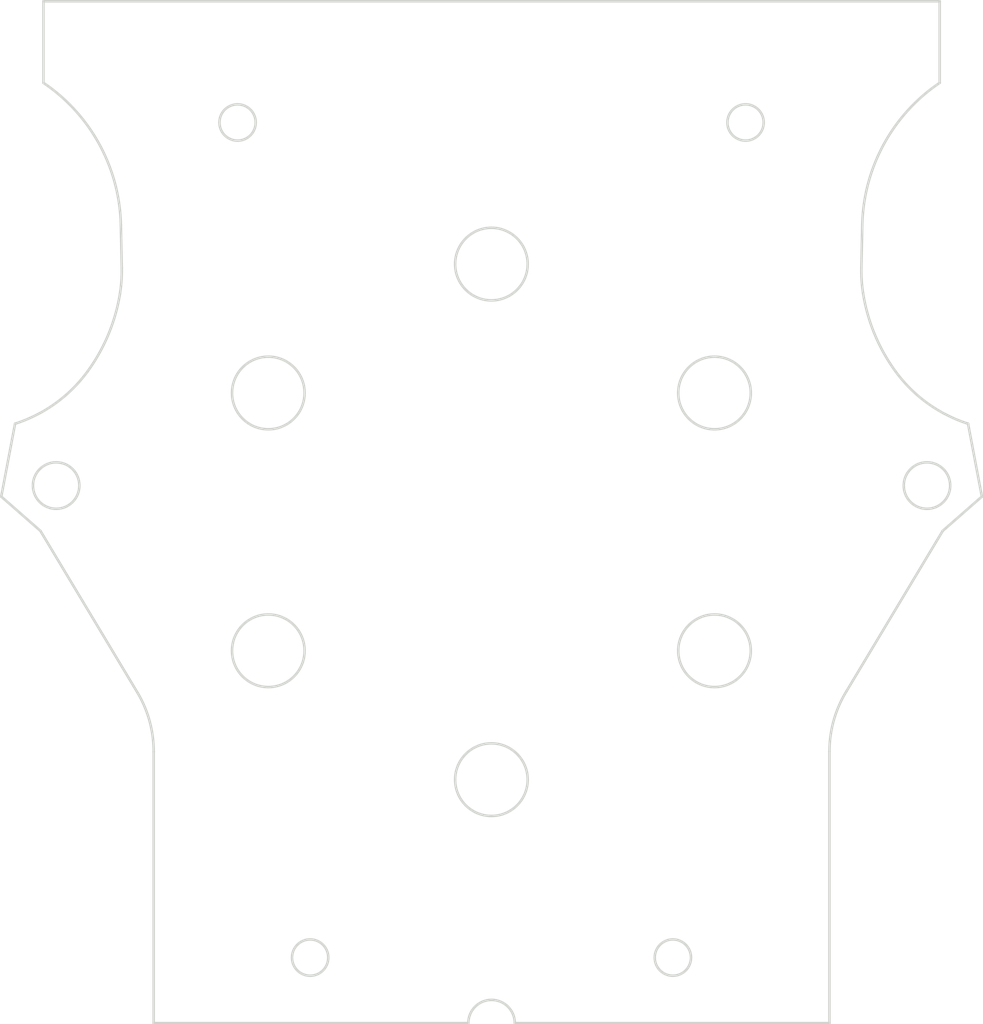
<source format=kicad_pcb>
(kicad_pcb
	(version 20241229)
	(generator "pcbnew")
	(generator_version "9.0")
	(general
		(thickness 1.6)
		(legacy_teardrops no)
	)
	(paper "A4")
	(layers
		(0 "F.Cu" signal)
		(2 "B.Cu" signal)
		(9 "F.Adhes" user "F.Adhesive")
		(11 "B.Adhes" user "B.Adhesive")
		(13 "F.Paste" user)
		(15 "B.Paste" user)
		(5 "F.SilkS" user "F.Silkscreen")
		(7 "B.SilkS" user "B.Silkscreen")
		(1 "F.Mask" user)
		(3 "B.Mask" user)
		(17 "Dwgs.User" user "User.Drawings")
		(19 "Cmts.User" user "User.Comments")
		(21 "Eco1.User" user "User.Eco1")
		(23 "Eco2.User" user "User.Eco2")
		(25 "Edge.Cuts" user)
		(27 "Margin" user)
		(31 "F.CrtYd" user "F.Courtyard")
		(29 "B.CrtYd" user "B.Courtyard")
		(35 "F.Fab" user)
		(33 "B.Fab" user)
		(39 "User.1" user)
		(41 "User.2" user)
		(43 "User.3" user)
		(45 "User.4" user)
	)
	(setup
		(pad_to_mask_clearance 0)
		(allow_soldermask_bridges_in_footprints no)
		(tenting front back)
		(pcbplotparams
			(layerselection 0x00000000_00000000_55555555_5755f5ff)
			(plot_on_all_layers_selection 0x00000000_00000000_00000000_00000000)
			(disableapertmacros no)
			(usegerberextensions no)
			(usegerberattributes yes)
			(usegerberadvancedattributes yes)
			(creategerberjobfile yes)
			(dashed_line_dash_ratio 12.000000)
			(dashed_line_gap_ratio 3.000000)
			(svgprecision 4)
			(plotframeref no)
			(mode 1)
			(useauxorigin no)
			(hpglpennumber 1)
			(hpglpenspeed 20)
			(hpglpendiameter 15.000000)
			(pdf_front_fp_property_popups yes)
			(pdf_back_fp_property_popups yes)
			(pdf_metadata yes)
			(pdf_single_document no)
			(dxfpolygonmode yes)
			(dxfimperialunits yes)
			(dxfusepcbnewfont yes)
			(psnegative no)
			(psa4output no)
			(plot_black_and_white yes)
			(sketchpadsonfab no)
			(plotpadnumbers no)
			(hidednponfab no)
			(sketchdnponfab yes)
			(crossoutdnponfab yes)
			(subtractmaskfromsilk no)
			(outputformat 1)
			(mirror no)
			(drillshape 1)
			(scaleselection 1)
			(outputdirectory "")
		)
	)
	(net 0 "")
	(gr_line
		(start 52.635262 37.949665)
		(end 58.896412 37.949665)
		(stroke
			(width 0.18)
			(type default)
		)
		(locked yes)
		(layer "Dwgs.User")
		(uuid "049d0c73-ff07-4dd7-b84e-2b90b568a3ce")
	)
	(gr_line
		(start 98.243901 151.8)
		(end 98.243901 152.7)
		(stroke
			(width 0.18)
			(type default)
		)
		(locked yes)
		(layer "Dwgs.User")
		(uuid "04deb87b-a05a-470c-a4d7-0fc9de7aa0ba")
	)
	(gr_line
		(start 147.365697 144.55)
		(end 147.365697 140.45)
		(stroke
			(width 0.18)
			(type default)
		)
		(locked yes)
		(layer "Dwgs.User")
		(uuid "05fd7d14-dbab-4e22-b52c-c32becfd36ce")
	)
	(gr_line
		(start 77.365245 147.750022)
		(end 77.365245 145.45)
		(stroke
			(width 0.18)
			(type default)
		)
		(locked yes)
		(layer "Dwgs.User")
		(uuid "089c029a-aeef-477d-8555-790cca1ce4ce")
	)
	(gr_line
		(start 147.365697 140.45)
		(end 148.265697 140.45)
		(stroke
			(width 0.18)
			(type default)
		)
		(locked yes)
		(layer "Dwgs.User")
		(uuid "09cc6c52-5e5f-4c25-8d15-be617589b356")
	)
	(gr_line
		(start 158.915677 31.633022)
		(end 158.915697 31.633022)
		(stroke
			(width 0.18)
			(type default)
		)
		(locked yes)
		(layer "Dwgs.User")
		(uuid "0c9c7875-6873-4cc9-b416-2627cb6ab7b5")
	)
	(gr_line
		(start 72.114914 135.648293)
		(end 69.415577 135.648293)
		(stroke
			(width 0.18)
			(type default)
		)
		(locked yes)
		(layer "Dwgs.User")
		(uuid "12a6e7cc-0b59-4caf-9976-4f85135469b5")
	)
	(gr_line
		(start 77.365245 145.45)
		(end 78.265245 145.45)
		(stroke
			(width 0.18)
			(type default)
		)
		(locked yes)
		(layer "Dwgs.User")
		(uuid "1329cb57-92b1-4f12-8350-164439d46e33")
	)
	(gr_line
		(start 112.343901 155.000022)
		(end 112.343901 152.7)
		(stroke
			(width 0.18)
			(type default)
		)
		(locked yes)
		(layer "Dwgs.User")
		(uuid "15b9f4a9-a77c-4426-a9ee-db01b098b1fc")
	)
	(gr_line
		(start 146.365662 136.25)
		(end 142.265366 136.25)
		(stroke
			(width 0.18)
			(type default)
		)
		(locked yes)
		(layer "Dwgs.User")
		(uuid "15fd500a-b1d0-4de8-a85e-587386acd220")
	)
	(gr_arc
		(start 52.635262 88.159613)
		(mid 52.621123 88.153755)
		(end 52.615245 88.139613)
		(stroke
			(width 0.18)
			(type default)
		)
		(locked yes)
		(layer "Dwgs.User")
		(uuid "175db746-345e-411c-af61-6370d127db07")
	)
	(gr_line
		(start 72.114914 149.351707)
		(end 72.264914 149.201707)
		(stroke
			(width 0.18)
			(type default)
		)
		(locked yes)
		(layer "Dwgs.User")
		(uuid "1abb1c0d-0173-4b03-9070-9e0d016c5a75")
	)
	(gr_line
		(start 134.165697 142.05)
		(end 133.265697 142.05)
		(stroke
			(width 0.18)
			(type default)
		)
		(locked yes)
		(layer "Dwgs.User")
		(uuid "1cde2d87-d526-4eb1-a60a-adfd27b1d1d6")
	)
	(gr_arc
		(start 152.615697 81.879722)
		(mid 152.621045 81.866044)
		(end 152.634251 81.859613)
		(stroke
			(width 0.18)
			(type default)
		)
		(locked yes)
		(layer "Dwgs.User")
		(uuid "1d40bfce-4cf6-4848-8ea3-8b5531ad7302")
	)
	(gr_line
		(start 98.243901 152.7)
		(end 99.143901 152.7)
		(stroke
			(width 0.18)
			(type default)
		)
		(locked yes)
		(layer "Dwgs.User")
		(uuid "1dd513f4-d6d1-4857-8a0b-907a85768504")
	)
	(gr_line
		(start 104.394233 156.601707)
		(end 107.09357 156.601707)
		(stroke
			(width 0.18)
			(type default)
		)
		(locked yes)
		(layer "Dwgs.User")
		(uuid "211257cf-2307-479e-bab4-95cf68524a33")
	)
	(gr_line
		(start 58.895262 31.649665)
		(end 52.635245 31.649665)
		(stroke
			(width 0.18)
			(type default)
		)
		(locked yes)
		(layer "Dwgs.User")
		(uuid "211daf43-bbd4-48a6-a296-cec0fc5bbc7a")
	)
	(gr_arc
		(start 152.635662 88.159613)
		(mid 152.621891 88.154114)
		(end 152.615697 88.140641)
		(stroke
			(width 0.18)
			(type default)
		)
		(locked yes)
		(layer "Dwgs.User")
		(uuid "244e2826-619e-442a-859d-aa3722eadce9")
	)
	(gr_line
		(start 72.264914 135.798293)
		(end 72.114914 135.648293)
		(stroke
			(width 0.18)
			(type default)
		)
		(locked yes)
		(layer "Dwgs.User")
		(uuid "2491a901-3537-46b8-bba7-38c629e8e536")
	)
	(gr_arc
		(start 74.265697 33.250122)
		(mid 74.846867 31.840472)
		(end 76.252647 31.25)
		(stroke
			(width 0.18)
			(type default)
		)
		(locked yes)
		(layer "Dwgs.User")
		(uuid "265d4885-cac6-403a-ae29-fe2997cb69df")
	)
	(gr_line
		(start 78.265245 140.45)
		(end 78.265245 139.55)
		(stroke
			(width 0.18)
			(type default)
		)
		(locked yes)
		(layer "Dwgs.User")
		(uuid "27c851a7-6585-4bff-a5dc-8257d4f1c8ae")
	)
	(gr_arc
		(start 58.895262 31.649665)
		(mid 58.909389 31.655525)
		(end 58.915245 31.669665)
		(stroke
			(width 0.18)
			(type default)
		)
		(locked yes)
		(layer "Dwgs.User")
		(uuid "280c310e-5df7-4805-83cd-f0a26d3d23d9")
	)
	(gr_line
		(start 161.428576 79.02217)
		(end 161.428577 79.02217)
		(stroke
			(width 0.35)
			(type default)
		)
		(locked yes)
		(layer "Dwgs.User")
		(uuid "293d15e1-bb58-4126-86df-c7bbb5649b23")
	)
	(gr_arc
		(start 158.915697 88.139622)
		(mid 158.909835 88.153741)
		(end 158.895697 88.159613)
		(stroke
			(width 0.18)
			(type default)
		)
		(locked yes)
		(layer "Dwgs.User")
		(uuid "2a95fdda-b345-402f-80ba-79eeed24dd51")
	)
	(gr_line
		(start 63.265245 145.45)
		(end 64.165245 145.45)
		(stroke
			(width 0.18)
			(type default)
		)
		(locked yes)
		(layer "Dwgs.User")
		(uuid "2b15489d-0d0f-451f-844c-c5585be6b5da")
	)
	(gr_line
		(start 58.895262 81.859613)
		(end 52.634697 81.859613)
		(stroke
			(width 0.18)
			(type default)
		)
		(locked yes)
		(layer "Dwgs.User")
		(uuid "2b44268d-3685-47f4-a17b-a7e435f418bc")
	)
	(gr_line
		(start 104.244233 156.451707)
		(end 104.394233 156.601707)
		(stroke
			(width 0.18)
			(type default)
		)
		(locked yes)
		(layer "Dwgs.User")
		(uuid "2bee1086-9743-4fa7-871d-2607d023995f")
	)
	(gr_line
		(start 113.243901 151.8)
		(end 112.343901 151.8)
		(stroke
			(width 0.18)
			(type default)
		)
		(locked yes)
		(layer "Dwgs.User")
		(uuid "2d2b2232-eac4-4d89-86fd-8d19ab7ddea9")
	)
	(gr_line
		(start 72.264914 149.201707)
		(end 72.264914 148.75)
		(stroke
			(width 0.18)
			(type default)
		)
		(locked yes)
		(layer "Dwgs.User")
		(uuid "2dbf2602-221b-4d38-8ef3-a5326028c6f8")
	)
	(gr_line
		(start 142.115366 149.351707)
		(end 142.265366 149.201707)
		(stroke
			(width 0.18)
			(type default)
		)
		(locked yes)
		(layer "Dwgs.User")
		(uuid "2f4e2746-3d9c-45fd-b9cd-96c919c4091d")
	)
	(gr_line
		(start 152.635662 88.159613)
		(end 158.895697 88.159613)
		(stroke
			(width 0.18)
			(type default)
		)
		(locked yes)
		(layer "Dwgs.User")
		(uuid "305d1c6e-1e9a-428f-b1f3-b654d08313fa")
	)
	(gr_line
		(start 148.265697 145.45)
		(end 148.265697 144.55)
		(stroke
			(width 0.18)
			(type default)
		)
		(locked yes)
		(layer "Dwgs.User")
		(uuid "31b48788-8670-4661-8f1a-86b766468947")
	)
	(gr_line
		(start 113.243901 146.8)
		(end 112.343901 146.8)
		(stroke
			(width 0.18)
			(type default)
		)
		(locked yes)
		(layer "Dwgs.User")
		(uuid "3362f7f0-4108-4609-8d61-99251af80643")
	)
	(gr_line
		(start 134.165697 144.55)
		(end 133.265697 144.55)
		(stroke
			(width 0.18)
			(type default)
		)
		(locked yes)
		(layer "Dwgs.User")
		(uuid "358fbbd9-43bb-4c9c-a88f-d39511829d42")
	)
	(gr_line
		(start 133.265697 145.45)
		(end 134.165697 145.45)
		(stroke
			(width 0.18)
			(type default)
		)
		(locked yes)
		(layer "Dwgs.User")
		(uuid "3767bb28-34d3-44c0-918d-f347c6a6630a")
	)
	(gr_line
		(start 77.365245 139.55)
		(end 77.365245 137.25)
		(stroke
			(width 0.18)
			(type default)
		)
		(locked yes)
		(layer "Dwgs.User")
		(uuid "388ee213-38c1-4721-b38a-27af62f77fa5")
	)
	(gr_line
		(start 99.143901 147.7)
		(end 99.143901 149.3)
		(stroke
			(width 0.18)
			(type default)
		)
		(locked yes)
		(layer "Dwgs.User")
		(uuid "3bb07b90-1e87-40c4-bc07-b63c10027a66")
	)
	(gr_line
		(start 72.264914 148.75)
		(end 76.365262 148.75)
		(stroke
			(width 0.18)
			(type default)
		)
		(locked yes)
		(layer "Dwgs.User")
		(uuid "3bb861f2-9e44-4e8a-80fa-15a37c3ad614")
	)
	(gr_line
		(start 107.24357 156)
		(end 111.343901 156)
		(stroke
			(width 0.18)
			(type default)
		)
		(locked yes)
		(layer "Dwgs.User")
		(uuid "3d323450-59d7-47a0-a6b5-15125dd82e70")
	)
	(gr_arc
		(start 58.895262 81.859613)
		(mid 58.909053 81.865125)
		(end 58.915245 81.878623)
		(stroke
			(width 0.18)
			(type default)
		)
		(locked yes)
		(layer "Dwgs.User")
		(uuid "3d8f5de1-43a5-4af8-95ad-08703d2a5df7")
	)
	(gr_line
		(start 139.416029 135.648293)
		(end 139.266029 135.798293)
		(stroke
			(width 0.18)
			(type default)
		)
		(locked yes)
		(layer "Dwgs.User")
		(uuid "3ea6c774-f764-40d5-ab90-ba6b4069b84b")
	)
	(gr_line
		(start 98.243901 146.8)
		(end 98.243901 147.7)
		(stroke
			(width 0.18)
			(type default)
		)
		(locked yes)
		(layer "Dwgs.User")
		(uuid "41c2e873-d566-4928-b034-2417834750f1")
	)
	(gr_line
		(start 142.265366 135.798293)
		(end 142.115366 135.648293)
		(stroke
			(width 0.18)
			(type default)
		)
		(locked yes)
		(layer "Dwgs.User")
		(uuid "42086500-4095-4269-9f8b-24b2cacc8b8c")
	)
	(gr_line
		(start 78.265245 145.45)
		(end 78.265245 144.55)
		(stroke
			(width 0.18)
			(type default)
		)
		(locked yes)
		(layer "Dwgs.User")
		(uuid "440eaffb-bbdd-49fa-97a9-3e5232ca5763")
	)
	(gr_line
		(start 133.265697 139.55)
		(end 133.265697 140.45)
		(stroke
			(width 0.18)
			(type default)
		)
		(locked yes)
		(layer "Dwgs.User")
		(uuid "440f19df-8755-4b00-87cc-eb92c816aa09")
	)
	(gr_arc
		(start 137.265245 38.250022)
		(mid 136.679464 39.664224)
		(end 135.265262 40.25)
		(stroke
			(width 0.18)
			(type default)
		)
		(locked yes)
		(layer "Dwgs.User")
		(uuid "450956dc-c8f5-41ab-8d9a-c2c47dbf407c")
	)
	(gr_line
		(start 139.266029 135.798293)
		(end 139.266029 136.25)
		(stroke
			(width 0.18)
			(type default)
		)
		(locked yes)
		(layer "Dwgs.User")
		(uuid "4557fb2b-a98c-4089-a04e-e6c5e8570f3f")
	)
	(gr_arc
		(start 135.165662 148.75)
		(mid 134.460305 148.458843)
		(end 134.165697 147.75492)
		(stroke
			(width 0.18)
			(type default)
		)
		(locked yes)
		(layer "Dwgs.User")
		(uuid "459565ad-1382-4d46-a007-5cc8299e498b")
	)
	(gr_arc
		(start 100.143862 156)
		(mid 99.438835 155.709171)
		(end 99.143901 155.005852)
		(stroke
			(width 0.18)
			(type default)
		)
		(locked yes)
		(layer "Dwgs.User")
		(uuid "45f6a769-b7d1-4e88-a7d8-5afe927388b9")
	)
	(gr_line
		(start 152.615697 31.633122)
		(end 152.615697 37.893915)
		(stroke
			(width 0.18)
			(type default)
		)
		(locked yes)
		(layer "Dwgs.User")
		(uuid "4646ae7a-70e9-416b-a594-e14e97afaab4")
	)
	(gr_line
		(start 64.265245 57.750022)
		(end 64.265245 103.77462)
		(stroke
			(width 0.18)
			(type default)
		)
		(locked yes)
		(layer "Dwgs.User")
		(uuid "471d264b-7278-411b-b041-7e5cd90b6b7c")
	)
	(gr_line
		(start 107.24357 156.451707)
		(end 107.24357 156)
		(stroke
			(width 0.18)
			(type default)
		)
		(locked yes)
		(layer "Dwgs.User")
		(uuid "47ea7aad-69fb-432e-b410-f8a6ad6b65fa")
	)
	(gr_line
		(start 65.165262 148.75)
		(end 69.265577 148.75)
		(stroke
			(width 0.18)
			(type default)
		)
		(locked yes)
		(layer "Dwgs.User")
		(uuid "48be4d8a-54b6-4d56-aaf2-94fa37774c1b")
	)
	(gr_line
		(start 134.165697 137.250122)
		(end 134.165697 139.55)
		(stroke
			(width 0.18)
			(type default)
		)
		(locked yes)
		(layer "Dwgs.User")
		(uuid "4b68bdeb-05b4-4e58-a03a-179561924576")
	)
	(gr_line
		(start 113.243901 147.7)
		(end 113.243901 146.8)
		(stroke
			(width 0.18)
			(type default)
		)
		(locked yes)
		(layer "Dwgs.User")
		(uuid "4e20b483-c149-4f66-9880-f7dc4e11cbf4")
	)
	(gr_arc
		(start 149.265245 103.750022)
		(mid 147.800784 107.285544)
		(end 144.265262 108.75)
		(stroke
			(width 0.18)
			(type default)
		)
		(locked yes)
		(layer "Dwgs.User")
		(uuid "4f5ed119-7b71-4926-a93a-f4cc4f1c89db")
	)
	(gr_line
		(start 78.265245 142.95)
		(end 78.265245 142.05)
		(stroke
			(width 0.18)
			(type default)
		)
		(locked yes)
		(layer "Dwgs.User")
		(uuid "4fea680c-4bb1-4d03-9965-0639951830d5")
	)
	(gr_line
		(start 133.265697 142.95)
		(end 134.165697 142.95)
		(stroke
			(width 0.18)
			(type default)
		)
		(locked yes)
		(layer "Dwgs.User")
		(uuid "556253de-02e6-4429-96fd-fa9dfa06b7a3")
	)
	(gr_arc
		(start 146.365662 136.25)
		(mid 147.072784 136.5429)
		(end 147.365684 137.250022)
		(stroke
			(width 0.18)
			(type default)
		)
		(locked yes)
		(layer "Dwgs.User")
		(uuid "56ac60ac-6bf3-4291-932f-19bbb756bc62")
	)
	(gr_line
		(start 69.415577 149.351707)
		(end 72.114914 149.351707)
		(stroke
			(width 0.18)
			(type default)
		)
		(locked yes)
		(layer "Dwgs.User")
		(uuid "56d7b4ce-f1e9-440f-82ab-82fcf23ce8a3")
	)
	(gr_line
		(start 112.343901 147.7)
		(end 113.243901 147.7)
		(stroke
			(width 0.18)
			(type default)
		)
		(locked yes)
		(layer "Dwgs.User")
		(uuid "57bc9f71-5d8a-4f97-a414-446adbcb5958")
	)
	(gr_line
		(start 107.09357 142.898293)
		(end 104.394233 142.898293)
		(stroke
			(width 0.18)
			(type default)
		)
		(locked yes)
		(layer "Dwgs.User")
		(uuid "5ae41153-befb-495b-80f8-d86cc8909fe9")
	)
	(gr_line
		(start 152.635662 37.913007)
		(end 158.895697 37.913007)
		(stroke
			(width 0.18)
			(type default)
		)
		(locked yes)
		(layer "Dwgs.User")
		(uuid "5bce124c-a11d-4a6c-a989-48f5f4fbd5af")
	)
	(gr_arc
		(start 112.343901 155.000022)
		(mid 112.051004 155.707107)
		(end 111.343901 156)
		(stroke
			(width 0.18)
			(type default)
		)
		(locked yes)
		(layer "Dwgs.User")
		(uuid "5c8b5195-6a97-4409-abb5-f05b6496272a")
	)
	(gr_line
		(start 113.243901 152.7)
		(end 113.243901 151.8)
		(stroke
			(width 0.18)
			(type default)
		)
		(locked yes)
		(layer "Dwgs.User")
		(uuid "5db1fee2-497f-46ad-b850-994122abfd0c")
	)
	(gr_line
		(start 137.265245 38.250022)
		(end 137.265245 33.25)
		(stroke
			(width 0.18)
			(type default)
		)
		(locked yes)
		(layer "Dwgs.User")
		(uuid "5f6a262a-0953-4113-9ac4-24a358ebbb33")
	)
	(gr_line
		(start 139.266029 136.25)
		(end 135.156489 136.25)
		(stroke
			(width 0.18)
			(type default)
		)
		(locked yes)
		(layer "Dwgs.User")
		(uuid "603bb008-9a1e-4923-8d09-e6b549a6d7f7")
	)
	(gr_line
		(start 63.265245 140.45)
		(end 64.165245 140.45)
		(stroke
			(width 0.18)
			(type default)
		)
		(locked yes)
		(layer "Dwgs.User")
		(uuid "608ee3a4-8ca5-4eb0-af20-9431aec4a056")
	)
	(gr_line
		(start 142.265366 136.25)
		(end 142.265366 135.798293)
		(stroke
			(width 0.18)
			(type default)
		)
		(locked yes)
		(layer "Dwgs.User")
		(uuid "6950eae6-d157-413b-8ec4-7a46a8488ece")
	)
	(gr_line
		(start 69.265577 136.25)
		(end 65.165262 136.25)
		(stroke
			(width 0.18)
			(type default)
		)
		(locked yes)
		(layer "Dwgs.User")
		(uuid "69d7f0f9-db32-451c-b627-c90bac891c19")
	)
	(gr_arc
		(start 147.365697 147.750022)
		(mid 147.0728 148.457106)
		(end 146.365697 148.75)
		(stroke
			(width 0.18)
			(type default)
		)
		(locked yes)
		(layer "Dwgs.User")
		(uuid "6a50af08-d7ac-4054-a73c-cb97ec650b68")
	)
	(gr_line
		(start 148.265697 139.55)
		(end 147.365697 139.55)
		(stroke
			(width 0.18)
			(type default)
		)
		(locked yes)
		(layer "Dwgs.User")
		(uuid "6b7090b3-48bb-4337-9df5-21a0cb60e1ca")
	)
	(gr_line
		(start 99.143901 146.8)
		(end 98.243901 146.8)
		(stroke
			(width 0.18)
			(type default)
		)
		(locked yes)
		(layer "Dwgs.User")
		(uuid "6cc8d978-a5fb-4bc5-b46c-f24de182c6c3")
	)
	(gr_line
		(start 100.143862 156)
		(end 104.244233 156)
		(stroke
			(width 0.18)
			(type default)
		)
		(locked yes)
		(layer "Dwgs.User")
		(uuid "6cd8dd4f-7d53-4c52-9763-62eab76aab38")
	)
	(gr_arc
		(start 144.265262 52.75)
		(mid 147.800768 54.214471)
		(end 149.265245 57.75)
		(stroke
			(width 0.18)
			(type default)
		)
		(locked yes)
		(layer "Dwgs.User")
		(uuid "6cf01456-4819-4fd4-bb9d-73010fabf543")
	)
	(gr_line
		(start 107.09357 156.601707)
		(end 107.24357 156.451707)
		(stroke
			(width 0.18)
			(type default)
		)
		(locked yes)
		(layer "Dwgs.User")
		(uuid "6ee5bce3-5470-44f4-be62-aada940976b0")
	)
	(gr_arc
		(start 52.615245 81.879622)
		(mid 52.620909 81.865669)
		(end 52.634697 81.859613)
		(stroke
			(width 0.18)
			(type default)
		)
		(locked yes)
		(layer "Dwgs.User")
		(uuid "6f57a3db-ba86-46bc-81a8-9d03b53a5792")
	)
	(gr_line
		(start 58.915245 88.139622)
		(end 58.915245 81.878623)
		(stroke
			(width 0.18)
			(type default)
		)
		(locked yes)
		(layer "Dwgs.User")
		(uuid "71f8a242-d52d-4f70-b8c7-c07294b46500")
	)
	(gr_line
		(start 69.265577 148.75)
		(end 69.265577 149.201707)
		(stroke
			(width 0.18)
			(type default)
		)
		(locked yes)
		(layer "Dwgs.User")
		(uuid "728c7855-877e-4b46-8f21-bc3862337aad")
	)
	(gr_line
		(start 139.416029 149.351707)
		(end 142.115366 149.351707)
		(stroke
			(width 0.18)
			(type default)
		)
		(locked yes)
		(layer "Dwgs.User")
		(uuid "7400180d-07a8-42c7-8b64-0e49cbe3aa3d")
	)
	(gr_line
		(start 99.143901 144.500122)
		(end 99.143901 146.8)
		(stroke
			(width 0.18)
			(type default)
		)
		(locked yes)
		(layer "Dwgs.User")
		(uuid "76b91ad2-7ed1-4445-90cb-4c8ac5610406")
	)
	(gr_line
		(start 69.265262 108.75)
		(end 144.265262 108.75)
		(stroke
			(width 0.18)
			(type default)
		)
		(locked yes)
		(layer "Dwgs.User")
		(uuid "778121e6-60c6-4349-a6c6-ab692a601bfc")
	)
	(gr_line
		(start 134.165697 140.45)
		(end 134.165697 142.05)
		(stroke
			(width 0.18)
			(type default)
		)
		(locked yes)
		(layer "Dwgs.User")
		(uuid "78959713-14cf-408f-b20a-f0a84fe4fdf1")
	)
	(gr_line
		(start 77.365245 140.45)
		(end 78.265245 140.45)
		(stroke
			(width 0.18)
			(type default)
		)
		(locked yes)
		(layer "Dwgs.User")
		(uuid "797bae90-046e-4e04-9cdd-79a4098a2c49")
	)
	(gr_line
		(start 144.265262 52.75)
		(end 69.265262 52.75)
		(stroke
			(width 0.18)
			(type default)
		)
		(locked yes)
		(layer "Dwgs.User")
		(uuid "7b0ecee9-75bb-4d98-9412-4fb91a127558")
	)
	(gr_line
		(start 50.102366 79.02217)
		(end 50.102367 79.02217)
		(stroke
			(width 0.35)
			(type default)
		)
		(locked yes)
		(layer "Dwgs.User")
		(uuid "7b543170-4d51-42f6-a52b-c378dffd5ff7")
	)
	(gr_line
		(start 112.343901 151.8)
		(end 112.343901 147.7)
		(stroke
			(width 0.18)
			(type default)
		)
		(locked yes)
		(layer "Dwgs.User")
		(uuid "7ba0369d-25a7-42ca-aeb7-21ee5c034ade")
	)
	(gr_line
		(start 142.115366 135.648293)
		(end 139.416029 135.648293)
		(stroke
			(width 0.18)
			(type default)
		)
		(locked yes)
		(layer "Dwgs.User")
		(uuid "80a2b7c8-fd29-40ad-86cb-6caf3031cb35")
	)
	(gr_line
		(start 58.915245 37.929522)
		(end 58.915245 31.669665)
		(stroke
			(width 0.18)
			(type default)
		)
		(locked yes)
		(layer "Dwgs.User")
		(uuid "8109ceea-24a0-4f07-a90c-426e02e1f2ae")
	)
	(gr_arc
		(start 158.895662 81.859613)
		(mid 158.90981 81.865474)
		(end 158.915671 81.879622)
		(stroke
			(width 0.18)
			(type default)
		)
		(locked yes)
		(layer "Dwgs.User")
		(uuid "84369e04-cf41-4ee6-8680-375c0a0133ca")
	)
	(gr_arc
		(start 152.615697 31.633122)
		(mid 152.621073 31.619414)
		(end 152.634333 31.613007)
		(stroke
			(width 0.18)
			(type default)
		)
		(locked yes)
		(layer "Dwgs.User")
		(uuid "84fa284b-db05-4e8f-b287-936c9a0557bd")
	)
	(gr_line
		(start 98.243901 150.2)
		(end 99.143901 150.2)
		(stroke
			(width 0.18)
			(type default)
		)
		(locked yes)
		(layer "Dwgs.User")
		(uuid "869443c8-887a-48d3-8e6e-5f5897ad3ca8")
	)
	(gr_line
		(start 99.143901 149.3)
		(end 98.243901 149.3)
		(stroke
			(width 0.18)
			(type default)
		)
		(locked yes)
		(layer "Dwgs.User")
		(uuid "8c1236eb-4e5f-41c8-accf-fd5b9613b098")
	)
	(gr_arc
		(start 52.615245 31.669622)
		(mid 52.621108 31.655509)
		(end 52.635245 31.649665)
		(stroke
			(width 0.18)
			(type default)
		)
		(locked yes)
		(layer "Dwgs.User")
		(uuid "8e404dfd-fb00-4fa9-970e-62f7273a04e8")
	)
	(gr_line
		(start 139.266029 149.201707)
		(end 139.416029 149.351707)
		(stroke
			(width 0.18)
			(type default)
		)
		(locked yes)
		(layer "Dwgs.User")
		(uuid "8ed3c6c9-3da6-4e8c-8bb9-6fa4a3706b18")
	)
	(gr_line
		(start 158.895662 31.613007)
		(end 152.634333 31.613007)
		(stroke
			(width 0.18)
			(type default)
		)
		(locked yes)
		(layer "Dwgs.User")
		(uuid "9092611b-1563-4a7b-971f-e7a1e9e9b6fa")
	)
	(gr_line
		(start 111.343862 143.5)
		(end 107.24357 143.5)
		(stroke
			(width 0.18)
			(type default)
		)
		(locked yes)
		(layer "Dwgs.User")
		(uuid "90a56077-c383-45c6-a7ba-1220d9739436")
	)
	(gr_arc
		(start 65.165262 148.75)
		(mid 64.462013 148.460917)
		(end 64.165245 147.760876)
		(stroke
			(width 0.18)
			(type default)
		)
		(locked yes)
		(layer "Dwgs.User")
		(uuid "941c2f6a-42bd-4eac-93ed-c1f1c6ab72c6")
	)
	(gr_arc
		(start 69.265262 108.75)
		(mid 65.738445 107.294203)
		(end 64.265245 103.77462)
		(stroke
			(width 0.18)
			(type default)
		)
		(locked yes)
		(layer "Dwgs.User")
		(uuid "949c13ea-102d-4caa-9fbd-5ac5a4e28e02")
	)
	(gr_line
		(start 148.265697 140.45)
		(end 148.265697 139.55)
		(stroke
			(width 0.18)
			(type default)
		)
		(locked yes)
		(layer "Dwgs.User")
		(uuid "960646aa-65ae-42e4-b577-6152a44ec3f1")
	)
	(gr_line
		(start 134.165697 139.55)
		(end 133.265697 139.55)
		(stroke
			(width 0.18)
			(type default)
		)
		(locked yes)
		(layer "Dwgs.User")
		(uuid "97a53277-8e64-409f-91a7-ff2faa096512")
	)
	(gr_line
		(start 158.915697 88.139622)
		(end 158.915697 81.879622)
		(stroke
			(width 0.18)
			(type default)
		)
		(locked yes)
		(layer "Dwgs.User")
		(uuid "987e39ed-34a1-492d-bc1c-b2ef0359be89")
	)
	(gr_line
		(start 147.365697 139.55)
		(end 147.365697 137.250022)
		(stroke
			(width 0.18)
			(type default)
		)
		(locked yes)
		(layer "Dwgs.User")
		(uuid "99a7d37f-398a-49c3-8448-09f184dd1702")
	)
	(gr_arc
		(start 64.165245 137.250022)
		(mid 64.458143 136.542903)
		(end 65.165262 136.250005)
		(stroke
			(width 0.18)
			(type default)
		)
		(locked yes)
		(layer "Dwgs.User")
		(uuid "9a63be13-1a1b-4119-8630-a6e8d742aa56")
	)
	(gr_line
		(start 98.243901 147.7)
		(end 99.143901 147.7)
		(stroke
			(width 0.18)
			(type default)
		)
		(locked yes)
		(layer "Dwgs.User")
		(uuid "9bef4749-9114-4809-a273-30d8df2ffa74")
	)
	(gr_arc
		(start 76.365262 136.25)
		(mid 77.072341 136.542898)
		(end 77.365245 137.25)
		(stroke
			(width 0.18)
			(type default)
		)
		(locked yes)
		(layer "Dwgs.User")
		(uuid "a2c73fdd-48d1-4ac2-bbd8-b6c3cb11b655")
	)
	(gr_line
		(start 99.143901 152.7)
		(end 99.143901 155.005852)
		(stroke
			(width 0.18)
			(type default)
		)
		(locked yes)
		(layer "Dwgs.User")
		(uuid "a337c9ce-88b4-4f3c-adc3-6d0e91c52386")
	)
	(gr_line
		(start 112.343884 144.500022)
		(end 112.343901 144.500022)
		(stroke
			(width 0.18)
			(type default)
		)
		(locked yes)
		(layer "Dwgs.User")
		(uuid "a36661cb-e3d7-4879-a6c8-6e409398a917")
	)
	(gr_line
		(start 107.24357 143.048293)
		(end 107.09357 142.898293)
		(stroke
			(width 0.18)
			(type default)
		)
		(locked yes)
		(layer "Dwgs.User")
		(uuid "a70852e6-33ed-4272-806d-624adc8508ce")
	)
	(gr_line
		(start 64.165245 139.55)
		(end 63.265245 139.55)
		(stroke
			(width 0.18)
			(type default)
		)
		(locked yes)
		(layer "Dwgs.User")
		(uuid "a8056fdc-e039-4945-9bde-cc21e01e485b")
	)
	(gr_line
		(start 54.556635 68.336753)
		(end 54.556635 68.336754)
		(stroke
			(width 0.35)
			(type default)
		)
		(locked yes)
		(layer "Dwgs.User")
		(uuid "a839bd00-531d-40f5-b17f-029cc90ecf40")
	)
	(gr_line
		(start 133.265697 140.45)
		(end 134.165697 140.45)
		(stroke
			(width 0.18)
			(type default)
		)
		(locked yes)
		(layer "Dwgs.User")
		(uuid "a9733edd-0334-487a-b683-1b69870660cd")
	)
	(gr_line
		(start 147.365684 137.250022)
		(end 147.365697 137.250022)
		(stroke
			(width 0.18)
			(type default)
		)
		(locked yes)
		(layer "Dwgs.User")
		(uuid "acbc8d3d-52ab-4d7a-8c51-6500acaa733a")
	)
	(gr_line
		(start 98.243901 149.3)
		(end 98.243901 150.2)
		(stroke
			(width 0.18)
			(type default)
		)
		(locked yes)
		(layer "Dwgs.User")
		(uuid "add7809f-a91b-4bdd-9e13-bea7f31ee8a9")
	)
	(gr_line
		(start 158.915671 81.879622)
		(end 158.915697 81.879622)
		(stroke
			(width 0.18)
			(type default)
		)
		(locked yes)
		(layer "Dwgs.User")
		(uuid "afa0d6e0-5855-46a4-a97b-de380ba14d30")
	)
	(gr_line
		(start 163.988473 42.189154)
		(end 163.988474 42.189154)
		(stroke
			(width 0.35)
			(type default)
		)
		(locked yes)
		(layer "Dwgs.User")
		(uuid "b30e42be-a5e1-4876-b0e4-089542b6092a")
	)
	(gr_line
		(start 112.343901 152.7)
		(end 113.243901 152.7)
		(stroke
			(width 0.18)
			(type default)
		)
		(locked yes)
		(layer "Dwgs.User")
		(uuid "b33a2ff3-bc04-4b5d-88e8-3f3acd7df7cb")
	)
	(gr_line
		(start 76.265662 40.25)
		(end 135.265262 40.25)
		(stroke
			(width 0.18)
			(type default)
		)
		(locked yes)
		(layer "Dwgs.User")
		(uuid "b38159d5-3ad0-4bc4-9f85-1f7a15c8c608")
	)
	(gr_line
		(start 142.265366 149.201707)
		(end 142.265366 148.75)
		(stroke
			(width 0.18)
			(type default)
		)
		(locked yes)
		(layer "Dwgs.User")
		(uuid "b4604584-a291-4339-9b76-e76b9eb0cb8b")
	)
	(gr_line
		(start 52.635262 88.159613)
		(end 58.895245 88.159613)
		(stroke
			(width 0.18)
			(type default)
		)
		(locked yes)
		(layer "Dwgs.User")
		(uuid "b5fe545e-6f46-4a47-95e1-32ffbb3704a0")
	)
	(gr_line
		(start 69.415577 135.648293)
		(end 69.265577 135.798293)
		(stroke
			(width 0.18)
			(type default)
		)
		(locked yes)
		(layer "Dwgs.User")
		(uuid "b6dcbd8d-078f-4deb-b106-f181235b57f9")
	)
	(gr_arc
		(start 64.265245 57.750022)
		(mid 65.729716 54.214476)
		(end 69.265262 52.75)
		(stroke
			(width 0.18)
			(type default)
		)
		(locked yes)
		(layer "Dwgs.User")
		(uuid "b95f73aa-7d9c-409e-8b1a-20c0e7a90d30")
	)
	(gr_line
		(start 135.265262 31.25)
		(end 76.252647 31.25)
		(stroke
			(width 0.18)
			(type default)
		)
		(locked yes)
		(layer "Dwgs.User")
		(uuid "bbd9dae1-ada7-473f-bc0e-8012f9d59824")
	)
	(gr_line
		(start 133.265697 142.05)
		(end 133.265697 142.95)
		(stroke
			(width 0.18)
			(type default)
		)
		(locked yes)
		(layer "Dwgs.User")
		(uuid "bd940ef0-f819-4caf-bc6c-94c71fdabfcf")
	)
	(gr_line
		(start 77.365245 142.95)
		(end 78.265245 142.95)
		(stroke
			(width 0.18)
			(type default)
		)
		(locked yes)
		(layer "Dwgs.User")
		(uuid "be81c5d9-011d-44d4-b357-de5e099c76f7")
	)
	(gr_arc
		(start 58.915245 88.139622)
		(mid 58.909386 88.153758)
		(end 58.895245 88.159613)
		(stroke
			(width 0.18)
			(type default)
		)
		(locked yes)
		(layer "Dwgs.User")
		(uuid "be9521e4-ab08-4d79-9bce-c215df59d99b")
	)
	(gr_line
		(start 104.244233 156)
		(end 104.244233 156.451707)
		(stroke
			(width 0.18)
			(type default)
		)
		(locked yes)
		(layer "Dwgs.User")
		(uuid "bf2e7252-5e09-4254-b439-c0342ed3f3d9")
	)
	(gr_line
		(start 72.264914 136.25)
		(end 72.264914 135.798293)
		(stroke
			(width 0.18)
			(type default)
		)
		(locked yes)
		(layer "Dwgs.User")
		(uuid "c0eb2e30-47ec-4dd5-9fcf-ac6f4f04d4be")
	)
	(gr_line
		(start 147.365697 145.45)
		(end 148.265697 145.45)
		(stroke
			(width 0.18)
			(type default)
		)
		(locked yes)
		(layer "Dwgs.User")
		(uuid "c1874905-6bc1-43e9-b0a5-11475d414008")
	)
	(gr_line
		(start 133.265697 144.55)
		(end 133.265697 145.45)
		(stroke
			(width 0.18)
			(type default)
		)
		(locked yes)
		(layer "Dwgs.User")
		(uuid "c23adbdf-951d-4f69-9bec-4a3cbb1983c8")
	)
	(gr_line
		(start 77.365245 142.05)
		(end 77.365245 140.45)
		(stroke
			(width 0.18)
			(type default)
		)
		(locked yes)
		(layer "Dwgs.User")
		(uuid "c2d470d0-81c9-4b90-a285-31400f3e8980")
	)
	(gr_arc
		(start 76.265662 40.25)
		(mid 74.854016 39.666767)
		(end 74.265697 38.257233)
		(stroke
			(width 0.18)
			(type default)
		)
		(locked yes)
		(layer "Dwgs.User")
		(uuid "c45e2b31-a63a-4297-ac10-17f279725e65")
	)
	(gr_line
		(start 142.265366 148.75)
		(end 146.365697 148.75)
		(stroke
			(width 0.18)
			(type default)
		)
		(locked yes)
		(layer "Dwgs.User")
		(uuid "c5b3daf8-0eef-4700-9810-bd0763cd415e")
	)
	(gr_line
		(start 74.265697 33.250122)
		(end 74.265697 38.257233)
		(stroke
			(width 0.18)
			(type default)
		)
		(locked yes)
		(layer "Dwgs.User")
		(uuid "c6913391-71dd-4d2b-b329-384367528678")
	)
	(gr_line
		(start 77.365245 144.55)
		(end 77.365245 142.95)
		(stroke
			(width 0.18)
			(type default)
		)
		(locked yes)
		(layer "Dwgs.User")
		(uuid "c71074af-dcd0-4f7e-b009-fab2aa9907dd")
	)
	(gr_line
		(start 149.265245 103.750022)
		(end 149.265245 57.75)
		(stroke
			(width 0.18)
			(type default)
		)
		(locked yes)
		(layer "Dwgs.User")
		(uuid "c7d9887e-99e2-4d05-b384-15ae7fdce5f9")
	)
	(gr_line
		(start 78.265245 139.55)
		(end 77.365245 139.55)
		(stroke
			(width 0.18)
			(type default)
		)
		(locked yes)
		(layer "Dwgs.User")
		(uuid "c85bd23f-bfd3-4651-bda4-9557dce14c28")
	)
	(gr_line
		(start 158.915697 37.893022)
		(end 158.915697 31.633022)
		(stroke
			(width 0.18)
			(type default)
		)
		(locked yes)
		(layer "Dwgs.User")
		(uuid "cbdf3666-8083-4581-a97c-e99b66349cb0")
	)
	(gr_line
		(start 64.165245 140.45)
		(end 64.165245 144.55)
		(stroke
			(width 0.18)
			(type default)
		)
		(locked yes)
		(layer "Dwgs.User")
		(uuid "cc29fc83-a899-4a43-bfda-b53f24a053d6")
	)
	(gr_line
		(start 69.265577 135.798293)
		(end 69.265577 136.25)
		(stroke
			(width 0.18)
			(type default)
		)
		(locked yes)
		(layer "Dwgs.User")
		(uuid "ceb50c7c-c2b3-4a51-b317-f5f2f96d6f2e")
	)
	(gr_line
		(start 64.165245 144.55)
		(end 63.265245 144.55)
		(stroke
			(width 0.18)
			(type default)
		)
		(locked yes)
		(layer "Dwgs.User")
		(uuid "cf3091cc-a9c0-43f2-8427-ec72c527f9d1")
	)
	(gr_line
		(start 52.615245 31.669622)
		(end 52.615245 37.930642)
		(stroke
			(width 0.18)
			(type default)
		)
		(locked yes)
		(layer "Dwgs.User")
		(uuid "cfc89a89-2aa0-43e5-b2f0-b8bcaf9e1d95")
	)
	(gr_arc
		(start 77.365245 147.750022)
		(mid 77.072357 148.457117)
		(end 76.365262 148.75)
		(stroke
			(width 0.18)
			(type default)
		)
		(locked yes)
		(layer "Dwgs.User")
		(uuid "d0119f3d-263f-4424-ba44-5d7af9016bf6")
	)
	(gr_arc
		(start 58.915245 37.929522)
		(mid 58.909803 37.943308)
		(end 58.896412 37.949665)
		(stroke
			(width 0.18)
			(type default)
		)
		(locked yes)
		(layer "Dwgs.User")
		(uuid "d18f5f34-a284-48bf-9a95-2878df2a7515")
	)
	(gr_arc
		(start 152.635662 37.913007)
		(mid 152.62185 37.907466)
		(end 152.615697 37.893915)
		(stroke
			(width 0.18)
			(type default)
		)
		(locked yes)
		(layer "Dwgs.User")
		(uuid "d34d36e9-f440-440a-a4ba-38f8d6a83a0f")
	)
	(gr_line
		(start 139.266029 148.75)
		(end 139.266029 149.201707)
		(stroke
			(width 0.18)
			(type default)
		)
		(locked yes)
		(layer "Dwgs.User")
		(uuid "d3bc7c64-d037-485a-90a8-ba0ded8fe5c3")
	)
	(gr_line
		(start 134.165697 142.95)
		(end 134.165697 144.55)
		(stroke
			(width 0.18)
			(type default)
		)
		(locked yes)
		(layer "Dwgs.User")
		(uuid "d61316cb-4c0e-4deb-8165-988aca2fb271")
	)
	(gr_line
		(start 63.265245 144.55)
		(end 63.265245 145.45)
		(stroke
			(width 0.18)
			(type default)
		)
		(locked yes)
		(layer "Dwgs.User")
		(uuid "d9f12bee-823f-41a7-8aee-85285d410d7c")
	)
	(gr_line
		(start 147.365697 147.750022)
		(end 147.365697 145.45)
		(stroke
			(width 0.18)
			(type default)
		)
		(locked yes)
		(layer "Dwgs.User")
		(uuid "da019536-2579-411b-b692-a42b563dbfdc")
	)
	(gr_arc
		(start 52.635262 37.949665)
		(mid 52.621455 37.944151)
		(end 52.615245 37.930642)
		(stroke
			(width 0.18)
			(type default)
		)
		(locked yes)
		(layer "Dwgs.User")
		(uuid "db3278c7-09d8-4adf-88ea-d842ce89a959")
	)
	(gr_line
		(start 148.265697 144.55)
		(end 147.365697 144.55)
		(stroke
			(width 0.18)
			(type default)
		)
		(locked yes)
		(layer "Dwgs.User")
		(uuid "db7b1dfd-7d87-4b20-ba2e-014151a5579f")
	)
	(gr_line
		(start 64.165245 137.250022)
		(end 64.165245 139.55)
		(stroke
			(width 0.18)
			(type default)
		)
		(locked yes)
		(layer "Dwgs.User")
		(uuid "dbe18e23-a613-4adb-87ad-176318f4b41f")
	)
	(gr_arc
		(start 158.895662 31.613007)
		(mid 158.909815 31.618869)
		(end 158.915677 31.633022)
		(stroke
			(width 0.18)
			(type default)
		)
		(locked yes)
		(layer "Dwgs.User")
		(uuid "dc30fc1e-3096-4493-b9fc-772221fafa4a")
	)
	(gr_line
		(start 135.165662 148.75)
		(end 139.266029 148.75)
		(stroke
			(width 0.18)
			(type default)
		)
		(locked yes)
		(layer "Dwgs.User")
		(uuid "ddd20569-f56c-4b1f-a6f6-08962c752e5d")
	)
	(gr_line
		(start 104.394233 142.898293)
		(end 104.244233 143.048293)
		(stroke
			(width 0.18)
			(type default)
		)
		(locked yes)
		(layer "Dwgs.User")
		(uuid "df01cd9b-efec-4f77-833d-f7cc18ade729")
	)
	(gr_line
		(start 52.615245 81.879622)
		(end 52.615245 88.139613)
		(stroke
			(width 0.18)
			(type default)
		)
		(locked yes)
		(layer "Dwgs.User")
		(uuid "dfd591d8-3730-45f8-acb0-5bce06d2b12c")
	)
	(gr_line
		(start 99.143901 150.2)
		(end 99.143901 151.8)
		(stroke
			(width 0.18)
			(type default)
		)
		(locked yes)
		(layer "Dwgs.User")
		(uuid "e035198e-5cc5-4670-95fc-4f17fc1de875")
	)
	(gr_line
		(start 158.895662 81.859613)
		(end 152.634251 81.859613)
		(stroke
			(width 0.18)
			(type default)
		)
		(locked yes)
		(layer "Dwgs.User")
		(uuid "e04db3ed-5c1a-4bdf-807a-fd6f37fbb334")
	)
	(gr_arc
		(start 158.915697 37.893022)
		(mid 158.909835 37.907141)
		(end 158.895697 37.913007)
		(stroke
			(width 0.18)
			(type default)
		)
		(locked yes)
		(layer "Dwgs.User")
		(uuid "e4612569-aed0-4bd7-bf79-447901f2ef7d")
	)
	(gr_line
		(start 64.165245 145.45)
		(end 64.165245 147.760876)
		(stroke
			(width 0.18)
			(type default)
		)
		(locked yes)
		(layer "Dwgs.User")
		(uuid "e6a11b64-89ff-4f93-a973-7536046d3b3e")
	)
	(gr_line
		(start 152.615697 81.879722)
		(end 152.615697 88.140641)
		(stroke
			(width 0.18)
			(type default)
		)
		(locked yes)
		(layer "Dwgs.User")
		(uuid "e84b1c0c-77a8-45c3-bd91-bc41d39f5820")
	)
	(gr_line
		(start 69.265577 149.201707)
		(end 69.415577 149.351707)
		(stroke
			(width 0.18)
			(type default)
		)
		(locked yes)
		(layer "Dwgs.User")
		(uuid "eb30900e-97a4-436d-bff8-a99c93812114")
	)
	(gr_line
		(start 99.143901 151.8)
		(end 98.243901 151.8)
		(stroke
			(width 0.18)
			(type default)
		)
		(locked yes)
		(layer "Dwgs.User")
		(uuid "ec789baa-1ee8-4581-a688-1ba95c35e6c0")
	)
	(gr_line
		(start 104.244233 143.5)
		(end 100.135131 143.5)
		(stroke
			(width 0.18)
			(type default)
		)
		(locked yes)
		(layer "Dwgs.User")
		(uuid "ed982e56-f750-4027-b0c0-d9fe3a4fe0ee")
	)
	(gr_line
		(start 107.24357 143.5)
		(end 107.24357 143.048293)
		(stroke
			(width 0.18)
			(type default)
		)
		(locked yes)
		(layer "Dwgs.User")
		(uuid "ee70bc1e-20f2-4643-aa07-270289c2e158")
	)
	(gr_arc
		(start 134.165697 137.250122)
		(mid 134.455332 136.54622)
		(end 135.156489 136.25)
		(stroke
			(width 0.18)
			(type default)
		)
		(locked yes)
		(layer "Dwgs.User")
		(uuid "f102e7fb-0c47-4511-945f-e74c8ecb8163")
	)
	(gr_line
		(start 134.165697 145.45)
		(end 134.165697 147.75492)
		(stroke
			(width 0.18)
			(type default)
		)
		(locked yes)
		(layer "Dwgs.User")
		(uuid "f1ca42eb-3adb-47b3-a36b-976b03f44fc2")
	)
	(gr_line
		(start 112.343901 146.8)
		(end 112.343901 144.500022)
		(stroke
			(width 0.18)
			(type default)
		)
		(locked yes)
		(layer "Dwgs.User")
		(uuid "f1ff7f4d-4c21-4339-837e-4466be6af3c0")
	)
	(gr_line
		(start 104.244233 143.048293)
		(end 104.244233 143.5)
		(stroke
			(width 0.18)
			(type default)
		)
		(locked yes)
		(layer "Dwgs.User")
		(uuid "f23fa959-bd5b-4abf-98b0-3702e5683676")
	)
	(gr_line
		(start 156.974308 68.336754)
		(end 156.974308 68.336753)
		(stroke
			(width 0.35)
			(type default)
		)
		(locked yes)
		(layer "Dwgs.User")
		(uuid "f24f5fc3-d7c8-48e3-8443-ff5e7a51b3b0")
	)
	(gr_arc
		(start 111.343862 143.5)
		(mid 112.050984 143.7929)
		(end 112.343884 144.500022)
		(stroke
			(width 0.18)
			(type default)
		)
		(locked yes)
		(layer "Dwgs.User")
		(uuid "f5c8410d-6adf-4fce-a7f2-663cf810e7f4")
	)
	(gr_line
		(start 63.265245 139.55)
		(end 63.265245 140.45)
		(stroke
			(width 0.18)
			(type default)
		)
		(locked yes)
		(layer "Dwgs.User")
		(uuid "f6d2e8f8-f508-4290-8cb7-d62d584a5878")
	)
	(gr_line
		(start 78.265245 144.55)
		(end 77.365245 144.55)
		(stroke
			(width 0.18)
			(type default)
		)
		(locked yes)
		(layer "Dwgs.User")
		(uuid "f80c09a7-b37a-41a2-9214-b1431d3ae6e4")
	)
	(gr_arc
		(start 135.265262 31.25)
		(mid 136.679448 31.835791)
		(end 137.265245 33.25)
		(stroke
			(width 0.18)
			(type default)
		)
		(locked yes)
		(layer "Dwgs.User")
		(uuid "f8144108-43c6-4b51-8c0f-e709382da306")
	)
	(gr_line
		(start 65.165262 136.250005)
		(end 65.165262 136.25)
		(stroke
			(width 0.18)
			(type default)
		)
		(locked yes)
		(layer "Dwgs.User")
		(uuid "f8ac7372-68e2-4395-a575-4a0c72f5d249")
	)
	(gr_arc
		(start 99.143901 144.500122)
		(mid 99.433691 143.796066)
		(end 100.135131 143.5)
		(stroke
			(width 0.18)
			(type default)
		)
		(locked yes)
		(layer "Dwgs.User")
		(uuid "fe4d813a-f1dc-4fa2-bbb4-9672a98051f1")
	)
	(gr_line
		(start 76.365262 136.25)
		(end 72.264914 136.25)
		(stroke
			(width 0.18)
			(type default)
		)
		(locked yes)
		(layer "Dwgs.User")
		(uuid "ff61f6ef-46b1-4a0f-8d07-e439cd5f5be6")
	)
	(gr_line
		(start 78.265245 142.05)
		(end 77.365245 142.05)
		(stroke
			(width 0.18)
			(type default)
		)
		(locked yes)
		(layer "Dwgs.User")
		(uuid "ffb9aba5-130a-4ea1-8638-6ae68b76f4c2")
	)
	(gr_arc
		(start 57.019805 123.342322)
		(mid 58.651146 127.222799)
		(end 59.204366 131.395729)
		(stroke
			(width 0.35)
			(type solid)
		)
		(locked yes)
		(layer "Edge.Cuts")
		(uuid "0b0fcfb0-bc4d-47af-a75b-cc005b57d16f")
	)
	(gr_line
		(start 54.681695 58.870184)
		(end 54.805976 64.73695)
		(stroke
			(width 0.35)
			(type solid)
		)
		(locked yes)
		(layer "Edge.Cuts")
		(uuid "0ff265f7-1a6a-49eb-97f8-f33726a2a134")
	)
	(gr_line
		(start 108.965474 168.777657)
		(end 152.326577 168.777657)
		(stroke
			(width 0.35)
			(type solid)
		)
		(locked yes)
		(layer "Edge.Cuts")
		(uuid "12b109bd-3a98-4763-a431-e2567a22550d")
	)
	(gr_arc
		(start 47.542469 42.189154)
		(mid 52.730038 49.837209)
		(end 54.681695 58.870184)
		(stroke
			(width 0.35)
			(type solid)
		)
		(locked yes)
		(layer "Edge.Cuts")
		(uuid "23f27d8c-221b-4b64-9d83-e4c83aad2ebc")
	)
	(gr_line
		(start 59.204366 131.395729)
		(end 59.204366 168.777657)
		(stroke
			(width 0.35)
			(type solid)
		)
		(locked yes)
		(layer "Edge.Cuts")
		(uuid "2410dd0d-392f-4d07-b51a-5562d630a991")
	)
	(gr_line
		(start 44.014768 28.058427)
		(end 167.516174 28.058424)
		(stroke
			(width 0.35)
			(type solid)
		)
		(locked yes)
		(layer "Edge.Cuts")
		(uuid "2f00dd2d-f0a1-460b-a24a-b909b8dedca4")
	)
	(gr_arc
		(start 44.014768 39.293546)
		(mid 45.84808 40.656725)
		(end 47.542469 42.189154)
		(stroke
			(width 0.35)
			(type solid)
		)
		(locked yes)
		(layer "Edge.Cuts")
		(uuid "394401f9-7d20-4ce2-971d-c70b613eca43")
	)
	(gr_arc
		(start 156.84925 58.870094)
		(mid 158.800908 49.837161)
		(end 163.988474 42.189154)
		(stroke
			(width 0.35)
			(type solid)
		)
		(locked yes)
		(layer "Edge.Cuts")
		(uuid "3b9becec-e743-4535-9ed4-75896b1bf0ba")
	)
	(gr_circle
		(center 165.765245 94.75)
		(end 168.965245 94.75)
		(stroke
			(width 0.35)
			(type solid)
		)
		(fill no)
		(locked yes)
		(layer "Edge.Cuts")
		(uuid "3cb32a7f-8ebc-4acc-b678-988047181f38")
	)
	(gr_line
		(start 167.516174 39.293537)
		(end 167.516174 28.058424)
		(stroke
			(width 0.35)
			(type solid)
		)
		(locked yes)
		(layer "Edge.Cuts")
		(uuid "3ffc1034-de6f-4f20-83f2-cd4d2ed4e804")
	)
	(gr_circle
		(center 105.743901 135.25)
		(end 110.743901 135.25)
		(stroke
			(width 0.35)
			(type solid)
		)
		(fill no)
		(locked yes)
		(layer "Edge.Cuts")
		(uuid "43328911-37c1-4714-81c0-4b5aa4dab551")
	)
	(gr_arc
		(start 161.428576 79.02217)
		(mid 158.569521 73.942882)
		(end 156.974308 68.336753)
		(stroke
			(width 0.35)
			(type solid)
		)
		(locked yes)
		(layer "Edge.Cuts")
		(uuid "52307234-81d7-4b7d-94bc-e066e6db6c3c")
	)
	(gr_line
		(start 59.204366 168.777657)
		(end 102.565473 168.777657)
		(stroke
			(width 0.35)
			(type solid)
		)
		(locked yes)
		(layer "Edge.Cuts")
		(uuid "562f630c-d53f-43b0-8b9c-a2c704d0c553")
	)
	(gr_circle
		(center 136.487803 117.5)
		(end 141.487803 117.5)
		(stroke
			(width 0.35)
			(type solid)
		)
		(fill no)
		(locked yes)
		(layer "Edge.Cuts")
		(uuid "56696696-d2c7-4067-bdb0-793567ae05ad")
	)
	(gr_line
		(start 156.725349 64.718945)
		(end 156.84925 58.870094)
		(stroke
			(width 0.35)
			(type solid)
		)
		(locked yes)
		(layer "Edge.Cuts")
		(uuid "608d2d0a-6c8f-4c6f-b2da-6716cd802b0c")
	)
	(gr_line
		(start 152.326577 131.375522)
		(end 152.326577 168.777657)
		(stroke
			(width 0.35)
			(type solid)
		)
		(locked yes)
		(layer "Edge.Cuts")
		(uuid "655d1581-4e7a-4273-bbc1-397d5c069f3c")
	)
	(gr_circle
		(center 80.765471 159.75)
		(end 83.265471 159.75)
		(stroke
			(width 0.35)
			(type solid)
		)
		(fill no)
		(locked yes)
		(layer "Edge.Cuts")
		(uuid "684f335d-aed5-4d8e-bd8f-74ff8ca444dc")
	)
	(gr_arc
		(start 54.556635 68.336753)
		(mid 52.961437 73.942888)
		(end 50.102367 79.02217)
		(stroke
			(width 0.35)
			(type solid)
		)
		(locked yes)
		(layer "Edge.Cuts")
		(uuid "6a9a87d6-a7e3-4ea7-9ac9-24aaec4a81e1")
	)
	(gr_line
		(start 173.328255 96.267612)
		(end 167.932778 100.992246)
		(stroke
			(width 0.35)
			(type solid)
		)
		(locked yes)
		(layer "Edge.Cuts")
		(uuid "73124a57-6e70-443d-9f1e-8320c8e78eb0")
	)
	(gr_arc
		(start 102.565473 168.777657)
		(mid 105.765474 165.577656)
		(end 108.965474 168.777657)
		(stroke
			(width 0.35)
			(type solid)
		)
		(locked yes)
		(layer "Edge.Cuts")
		(uuid "7377be5a-c6d2-4198-ad79-a81e86c52af0")
	)
	(gr_line
		(start 43.598164 100.992246)
		(end 38.202688 96.267612)
		(stroke
			(width 0.35)
			(type solid)
		)
		(locked yes)
		(layer "Edge.Cuts")
		(uuid "751bbfd2-cab7-49fa-ac67-40e5828c487d")
	)
	(gr_circle
		(center 75 117.5)
		(end 80 117.5)
		(stroke
			(width 0.35)
			(type solid)
		)
		(fill no)
		(locked yes)
		(layer "Edge.Cuts")
		(uuid "761d893a-a477-4cda-b8d8-ad199b1ec189")
	)
	(gr_line
		(start 173.328255 96.267612)
		(end 171.427376 86.23147)
		(stroke
			(width 0.35)
			(type solid)
		)
		(locked yes)
		(layer "Edge.Cuts")
		(uuid "77f7a2cb-3513-4e0b-9e9a-c879617408a6")
	)
	(gr_circle
		(center 140.765471 44.75)
		(end 143.265471 44.75)
		(stroke
			(width 0.35)
			(type solid)
		)
		(fill no)
		(locked yes)
		(layer "Edge.Cuts")
		(uuid "85ac715e-9dc0-490e-8980-770503f258a2")
	)
	(gr_arc
		(start 152.326577 131.375522)
		(mid 152.924158 127.06262)
		(end 154.671868 123.074669)
		(stroke
			(width 0.35)
			(type solid)
		)
		(locked yes)
		(layer "Edge.Cuts")
		(uuid "8df23df8-7e07-4315-a2d0-758d0435fef1")
	)
	(gr_circle
		(center 45.765697 94.75)
		(end 48.965697 94.75)
		(stroke
			(width 0.35)
			(type solid)
		)
		(fill no)
		(locked yes)
		(layer "Edge.Cuts")
		(uuid "930cf5f6-ef30-4d34-8775-0eb28698499c")
	)
	(gr_line
		(start 40.103569 86.231464)
		(end 38.202688 96.267612)
		(stroke
			(width 0.35)
			(type solid)
		)
		(locked yes)
		(layer "Edge.Cuts")
		(uuid "a7223700-cbf7-436b-9b55-dd2cac954b12")
	)
	(gr_line
		(start 44.014768 39.293546)
		(end 44.014768 28.058427)
		(stroke
			(width 0.35)
			(type solid)
		)
		(locked yes)
		(layer "Edge.Cuts")
		(uuid "ac60f431-8e44-48f4-bd6a-512869976646")
	)
	(gr_circle
		(center 70.765471 44.75)
		(end 73.265471 44.75)
		(stroke
			(width 0.35)
			(type solid)
		)
		(fill no)
		(locked yes)
		(layer "Edge.Cuts")
		(uuid "b2b64e46-b9b0-4ac3-8ebd-9c705a53ea2f")
	)
	(gr_circle
		(center 105.743901 64.25)
		(end 110.743901 64.25)
		(stroke
			(width 0.35)
			(type solid)
		)
		(fill no)
		(locked yes)
		(layer "Edge.Cuts")
		(uuid "ba3e5620-4764-4960-bc25-a8794bffca53")
	)
	(gr_line
		(start 154.671868 123.074669)
		(end 167.932778 100.992246)
		(stroke
			(width 0.35)
			(type solid)
		)
		(locked yes)
		(layer "Edge.Cuts")
		(uuid "c0d4319a-78e8-4cac-b479-4b2d7cbc0f12")
	)
	(gr_arc
		(start 156.974308 68.336754)
		(mid 156.767665 66.533503)
		(end 156.725349 64.718945)
		(stroke
			(width 0.35)
			(type solid)
		)
		(locked yes)
		(layer "Edge.Cuts")
		(uuid "c7075006-ba8e-4691-b2b9-d213f2364b9e")
	)
	(gr_circle
		(center 136.487803 82)
		(end 141.487803 82)
		(stroke
			(width 0.35)
			(type solid)
		)
		(fill no)
		(locked yes)
		(layer "Edge.Cuts")
		(uuid "c78bbbd9-ec1d-4414-ba11-9be37b7545db")
	)
	(gr_arc
		(start 54.805976 64.73695)
		(mid 54.762658 66.542487)
		(end 54.556635 68.336754)
		(stroke
			(width 0.35)
			(type solid)
		)
		(locked yes)
		(layer "Edge.Cuts")
		(uuid "cc67a8fd-98db-4e60-ae6d-c65fd7036e22")
	)
	(gr_line
		(start 43.598164 100.992246)
		(end 57.019805 123.342322)
		(stroke
			(width 0.35)
			(type solid)
		)
		(locked yes)
		(layer "Edge.Cuts")
		(uuid "d7a19c68-94ca-4c2e-8d37-2a35494b6d22")
	)
	(gr_arc
		(start 163.988473 42.189154)
		(mid 165.682865 40.656725)
		(end 167.516174 39.293537)
		(stroke
			(width 0.35)
			(type solid)
		)
		(locked yes)
		(layer "Edge.Cuts")
		(uuid "dd14a877-1589-4601-9baf-5e3ca7b3e3b6")
	)
	(gr_circle
		(center 75 82)
		(end 80 82)
		(stroke
			(width 0.35)
			(type solid)
		)
		(fill no)
		(locked yes)
		(layer "Edge.Cuts")
		(uuid "de7927a3-3f6c-489e-8458-42dc46694752")
	)
	(gr_circle
		(center 130.75 159.75)
		(end 133.25 159.75)
		(stroke
			(width 0.35)
			(type solid)
		)
		(fill no)
		(locked yes)
		(layer "Edge.Cuts")
		(uuid "e48909a8-8c45-480a-b872-f34372ee4131")
	)
	(gr_arc
		(start 50.102366 79.02217)
		(mid 45.676724 83.422578)
		(end 40.103569 86.231464)
		(stroke
			(width 0.35)
			(type solid)
		)
		(locked yes)
		(layer "Edge.Cuts")
		(uuid "e8da840d-12b1-41cd-a24d-ad0cf70e7fd3")
	)
	(gr_arc
		(start 171.427376 86.23147)
		(mid 165.854242 83.422553)
		(end 161.428577 79.02217)
		(stroke
			(width 0.35)
			(type solid)
		)
		(locked yes)
		(layer "Edge.Cuts")
		(uuid "ffaa63a6-7e51-401f-a619-3358a4dfcf96")
	)
	(group ""
		(uuid "6f6063bf-2cff-4b17-b2cf-3e0522a7b92a")
		(members "049d0c73-ff07-4dd7-b84e-2b90b568a3ce" "04deb87b-a05a-470c-a4d7-0fc9de7aa0ba"
			"05fd7d14-dbab-4e22-b52c-c32becfd36ce" "089c029a-aeef-477d-8555-790cca1ce4ce"
			"09cc6c52-5e5f-4c25-8d15-be617589b356" "0b0fcfb0-bc4d-47af-a75b-cc005b57d16f"
			"0c9c7875-6873-4cc9-b416-2627cb6ab7b5" "0ff265f7-1a6a-49eb-97f8-f33726a2a134"
			"12a6e7cc-0b59-4caf-9976-4f85135469b5" "12b109bd-3a98-4763-a431-e2567a22550d"
			"1329cb57-92b1-4f12-8350-164439d46e33" "15b9f4a9-a77c-4426-a9ee-db01b098b1fc"
			"15fd500a-b1d0-4de8-a85e-587386acd220" "175db746-345e-411c-af61-6370d127db07"
			"1abb1c0d-0173-4b03-9070-9e0d016c5a75" "1cde2d87-d526-4eb1-a60a-adfd27b1d1d6"
			"1d40bfce-4cf6-4848-8ea3-8b5531ad7302" "1dd513f4-d6d1-4857-8a0b-907a85768504"
			"211257cf-2307-479e-bab4-95cf68524a33" "211daf43-bbd4-48a6-a296-cec0fc5bbc7a"
			"23f27d8c-221b-4b64-9d83-e4c83aad2ebc" "2410dd0d-392f-4d07-b51a-5562d630a991"
			"244e2826-619e-442a-859d-aa3722eadce9" "2491a901-3537-46b8-bba7-38c629e8e536"
			"265d4885-cac6-403a-ae29-fe2997cb69df" "27c851a7-6585-4bff-a5dc-8257d4f1c8ae"
			"280c310e-5df7-4805-83cd-f0a26d3d23d9" "293d15e1-bb58-4126-86df-c7bbb5649b23"
			"2a95fdda-b345-402f-80ba-79eeed24dd51" "2b15489d-0d0f-451f-844c-c5585be6b5da"
			"2b44268d-3685-47f4-a17b-a7e435f418bc" "2bee1086-9743-4fa7-871d-2607d023995f"
			"2d2b2232-eac4-4d89-86fd-8d19ab7ddea9" "2dbf2602-221b-4d38-8ef3-a5326028c6f8"
			"2f00dd2d-f0a1-460b-a24a-b909b8dedca4" "2f4e2746-3d9c-45fd-b9cd-96c919c4091d"
			"305d1c6e-1e9a-428f-b1f3-b654d08313fa" "31b48788-8670-4661-8f1a-86b766468947"
			"3362f7f0-4108-4609-8d61-99251af80643" "358fbbd9-43bb-4c9c-a88f-d39511829d42"
			"3767bb28-34d3-44c0-918d-f347c6a6630a" "388ee213-38c1-4721-b38a-27af62f77fa5"
			"394401f9-7d20-4ce2-971d-c70b613eca43" "3b9becec-e743-4535-9ed4-75896b1bf0ba"
			"3bb07b90-1e87-40c4-bc07-b63c10027a66" "3bb861f2-9e44-4e8a-80fa-15a37c3ad614"
			"3cb32a7f-8ebc-4acc-b678-988047181f38" "3d323450-59d7-47a0-a6b5-15125dd82e70"
			"3d8f5de1-43a5-4af8-95ad-08703d2a5df7" "3ea6c774-f764-40d5-ab90-ba6b4069b84b"
			"3ffc1034-de6f-4f20-83f2-cd4d2ed4e804" "41c2e873-d566-4928-b034-2417834750f1"
			"42086500-4095-4269-9f8b-24b2cacc8b8c" "43328911-37c1-4714-81c0-4b5aa4dab551"
			"440eaffb-bbdd-49fa-97a9-3e5232ca5763" "440f19df-8755-4b00-87cc-eb92c816aa09"
			"450956dc-c8f5-41ab-8d9a-c2c47dbf407c" "4557fb2b-a98c-4089-a04e-e6c5e8570f3f"
			"459565ad-1382-4d46-a007-5cc8299e498b" "45f6a769-b7d1-4e88-a7d8-5afe927388b9"
			"4646ae7a-70e9-416b-a594-e14e97afaab4" "471d264b-7278-411b-b041-7e5cd90b6b7c"
			"47ea7aad-69fb-432e-b410-f8a6ad6b65fa" "48be4d8a-54b6-4d56-aaf2-94fa37774c1b"
			"4b68bdeb-05b4-4e58-a03a-179561924576" "4e20b483-c149-4f66-9880-f7dc4e11cbf4"
			"4f5ed119-7b71-4926-a93a-f4cc4f1c89db" "4fea680c-4bb1-4d03-9965-0639951830d5"
			"52307234-81d7-4b7d-94bc-e066e6db6c3c" "556253de-02e6-4429-96fd-fa9dfa06b7a3"
			"562f630c-d53f-43b0-8b9c-a2c704d0c553" "56696696-d2c7-4067-bdb0-793567ae05ad"
			"56ac60ac-6bf3-4291-932f-19bbb756bc62" "56d7b4ce-f1e9-440f-82ab-82fcf23ce8a3"
			"57bc9f71-5d8a-4f97-a414-446adbcb5958" "5ae41153-befb-495b-80f8-d86cc8909fe9"
			"5bce124c-a11d-4a6c-a989-48f5f4fbd5af" "5c8b5195-6a97-4409-abb5-f05b6496272a"
			"5db1fee2-497f-46ad-b850-994122abfd0c" "5f6a262a-0953-4113-9ac4-24a358ebbb33"
			"603bb008-9a1e-4923-8d09-e6b549a6d7f7" "608d2d0a-6c8f-4c6f-b2da-6716cd802b0c"
			"608ee3a4-8ca5-4eb0-af20-9431aec4a056" "655d1581-4e7a-4273-bbc1-397d5c069f3c"
			"684f335d-aed5-4d8e-bd8f-74ff8ca444dc" "6950eae6-d157-413b-8ec4-7a46a8488ece"
			"69d7f0f9-db32-451c-b627-c90bac891c19" "6a50af08-d7ac-4054-a73c-cb97ec650b68"
			"6a9a87d6-a7e3-4ea7-9ac9-24aaec4a81e1" "6b7090b3-48bb-4337-9df5-21a0cb60e1ca"
			"6cc8d978-a5fb-4bc5-b46c-f24de182c6c3" "6cd8dd4f-7d53-4c52-9763-62eab76aab38"
			"6cf01456-4819-4fd4-bb9d-73010fabf543" "6ee5bce3-5470-44f4-be62-aada940976b0"
			"6f57a3db-ba86-46bc-81a8-9d03b53a5792" "71f8a242-d52d-4f70-b8c7-c07294b46500"
			"728c7855-877e-4b46-8f21-bc3862337aad" "73124a57-6e70-443d-9f1e-8320c8e78eb0"
			"7377be5a-c6d2-4198-ad79-a81e86c52af0" "7400180d-07a8-42c7-8b64-0e49cbe3aa3d"
			"751bbfd2-cab7-49fa-ac67-40e5828c487d" "761d893a-a477-4cda-b8d8-ad199b1ec189"
			"76b91ad2-7ed1-4445-90cb-4c8ac5610406" "778121e6-60c6-4349-a6c6-ab692a601bfc"
			"77f7a2cb-3513-4e0b-9e9a-c879617408a6" "78959713-14cf-408f-b20a-f0a84fe4fdf1"
			"797bae90-046e-4e04-9cdd-79a4098a2c49" "7b0ecee9-75bb-4d98-9412-4fb91a127558"
			"7b543170-4d51-42f6-a52b-c378dffd5ff7" "7ba0369d-25a7-42ca-aeb7-21ee5c034ade"
			"80a2b7c8-fd29-40ad-86cb-6caf3031cb35" "8109ceea-24a0-4f07-a90c-426e02e1f2ae"
			"84369e04-cf41-4ee6-8680-375c0a0133ca" "84fa284b-db05-4e8f-b287-936c9a0557bd"
			"85ac715e-9dc0-490e-8980-770503f258a2" "869443c8-887a-48d3-8e6e-5f5897ad3ca8"
			"8c1236eb-4e5f-41c8-accf-fd5b9613b098" "8df23df8-7e07-4315-a2d0-758d0435fef1"
			"8e404dfd-fb00-4fa9-970e-62f7273a04e8" "8ed3c6c9-3da6-4e8c-8bb9-6fa4a3706b18"
			"9092611b-1563-4a7b-971f-e7a1e9e9b6fa" "90a56077-c383-45c6-a7ba-1220d9739436"
			"930cf5f6-ef30-4d34-8775-0eb28698499c" "941c2f6a-42bd-4eac-93ed-c1f1c6ab72c6"
			"949c13ea-102d-4caa-9fbd-5ac5a4e28e02" "960646aa-65ae-42e4-b577-6152a44ec3f1"
			"97a53277-8e64-409f-91a7-ff2faa096512" "987e39ed-34a1-492d-bc1c-b2ef0359be89"
			"99a7d37f-398a-49c3-8448-09f184dd1702" "9a63be13-1a1b-4119-8630-a6e8d742aa56"
			"9bef4749-9114-4809-a273-30d8df2ffa74" "a2c73fdd-48d1-4ac2-bbd8-b6c3cb11b655"
			"a337c9ce-88b4-4f3c-adc3-6d0e91c52386" "a36661cb-e3d7-4879-a6c8-6e409398a917"
			"a70852e6-33ed-4272-806d-624adc8508ce" "a7223700-cbf7-436b-9b55-dd2cac954b12"
			"a8056fdc-e039-4945-9bde-cc21e01e485b" "a839bd00-531d-40f5-b17f-029cc90ecf40"
			"a9733edd-0334-487a-b683-1b69870660cd" "ac60f431-8e44-48f4-bd6a-512869976646"
			"acbc8d3d-52ab-4d7a-8c51-6500acaa733a" "add7809f-a91b-4bdd-9e13-bea7f31ee8a9"
			"afa0d6e0-5855-46a4-a97b-de380ba14d30" "b2b64e46-b9b0-4ac3-8ebd-9c705a53ea2f"
			"b30e42be-a5e1-4876-b0e4-089542b6092a" "b33a2ff3-bc04-4b5d-88e8-3f3acd7df7cb"
			"b38159d5-3ad0-4bc4-9f85-1f7a15c8c608" "b4604584-a291-4339-9b76-e76b9eb0cb8b"
			"b5fe545e-6f46-4a47-95e1-32ffbb3704a0" "b6dcbd8d-078f-4deb-b106-f181235b57f9"
			"b95f73aa-7d9c-409e-8b1a-20c0e7a90d30" "ba3e5620-4764-4960-bc25-a8794bffca53"
			"bbd9dae1-ada7-473f-bc0e-8012f9d59824" "bd940ef0-f819-4caf-bc6c-94c71fdabfcf"
			"be81c5d9-011d-44d4-b357-de5e099c76f7" "be9521e4-ab08-4d79-9bce-c215df59d99b"
			"bf2e7252-5e09-4254-b439-c0342ed3f3d9" "c0d4319a-78e8-4cac-b479-4b2d7cbc0f12"
			"c0eb2e30-47ec-4dd5-9fcf-ac6f4f04d4be" "c1874905-6bc1-43e9-b0a5-11475d414008"
			"c23adbdf-951d-4f69-9bec-4a3cbb1983c8" "c2d470d0-81c9-4b90-a285-31400f3e8980"
			"c45e2b31-a63a-4297-ac10-17f279725e65" "c5b3daf8-0eef-4700-9810-bd0763cd415e"
			"c6913391-71dd-4d2b-b329-384367528678" "c7075006-ba8e-4691-b2b9-d213f2364b9e"
			"c71074af-dcd0-4f7e-b009-fab2aa9907dd" "c78bbbd9-ec1d-4414-ba11-9be37b7545db"
			"c7d9887e-99e2-4d05-b384-15ae7fdce5f9" "c85bd23f-bfd3-4651-bda4-9557dce14c28"
			"cbdf3666-8083-4581-a97c-e99b66349cb0" "cc29fc83-a899-4a43-bfda-b53f24a053d6"
			"cc67a8fd-98db-4e60-ae6d-c65fd7036e22" "ceb50c7c-c2b3-4a51-b317-f5f2f96d6f2e"
			"cf3091cc-a9c0-43f2-8427-ec72c527f9d1" "cfc89a89-2aa0-43e5-b2f0-b8bcaf9e1d95"
			"d0119f3d-263f-4424-ba44-5d7af9016bf6" "d18f5f34-a284-48bf-9a95-2878df2a7515"
			"d34d36e9-f440-440a-a4ba-38f8d6a83a0f" "d3bc7c64-d037-485a-90a8-ba0ded8fe5c3"
			"d61316cb-4c0e-4deb-8165-988aca2fb271" "d7a19c68-94ca-4c2e-8d37-2a35494b6d22"
			"d9f12bee-823f-41a7-8aee-85285d410d7c" "da019536-2579-411b-b692-a42b563dbfdc"
			"db3278c7-09d8-4adf-88ea-d842ce89a959" "db7b1dfd-7d87-4b20-ba2e-014151a5579f"
			"dbe18e23-a613-4adb-87ad-176318f4b41f" "dc30fc1e-3096-4493-b9fc-772221fafa4a"
			"dd14a877-1589-4601-9baf-5e3ca7b3e3b6" "ddd20569-f56c-4b1f-a6f6-08962c752e5d"
			"de7927a3-3f6c-489e-8458-42dc46694752" "df01cd9b-efec-4f77-833d-f7cc18ade729"
			"dfd591d8-3730-45f8-acb0-5bce06d2b12c" "e035198e-5cc5-4670-95fc-4f17fc1de875"
			"e04db3ed-5c1a-4bdf-807a-fd6f37fbb334" "e4612569-aed0-4bd7-bf79-447901f2ef7d"
			"e48909a8-8c45-480a-b872-f34372ee4131" "e6a11b64-89ff-4f93-a973-7536046d3b3e"
			"e84b1c0c-77a8-45c3-bd91-bc41d39f5820" "e8da840d-12b1-41cd-a24d-ad0cf70e7fd3"
			"eb30900e-97a4-436d-bff8-a99c93812114" "ec789baa-1ee8-4581-a688-1ba95c35e6c0"
			"ed982e56-f750-4027-b0c0-d9fe3a4fe0ee" "ee70bc1e-20f2-4643-aa07-270289c2e158"
			"f102e7fb-0c47-4511-945f-e74c8ecb8163" "f1ca42eb-3adb-47b3-a36b-976b03f44fc2"
			"f1ff7f4d-4c21-4339-837e-4466be6af3c0" "f23fa959-bd5b-4abf-98b0-3702e5683676"
			"f24f5fc3-d7c8-48e3-8443-ff5e7a51b3b0" "f5c8410d-6adf-4fce-a7f2-663cf810e7f4"
			"f6d2e8f8-f508-4290-8cb7-d62d584a5878" "f80c09a7-b37a-41a2-9214-b1431d3ae6e4"
			"f8144108-43c6-4b51-8c0f-e709382da306" "f8ac7372-68e2-4395-a575-4a0c72f5d249"
			"fe4d813a-f1dc-4fa2-bbb4-9672a98051f1" "ff61f6ef-46b1-4a0f-8d07-e439cd5f5be6"
			"ffaa63a6-7e51-401f-a619-3358a4dfcf96" "ffb9aba5-130a-4ea1-8638-6ae68b76f4c2"
		)
	)
	(embedded_fonts no)
)

</source>
